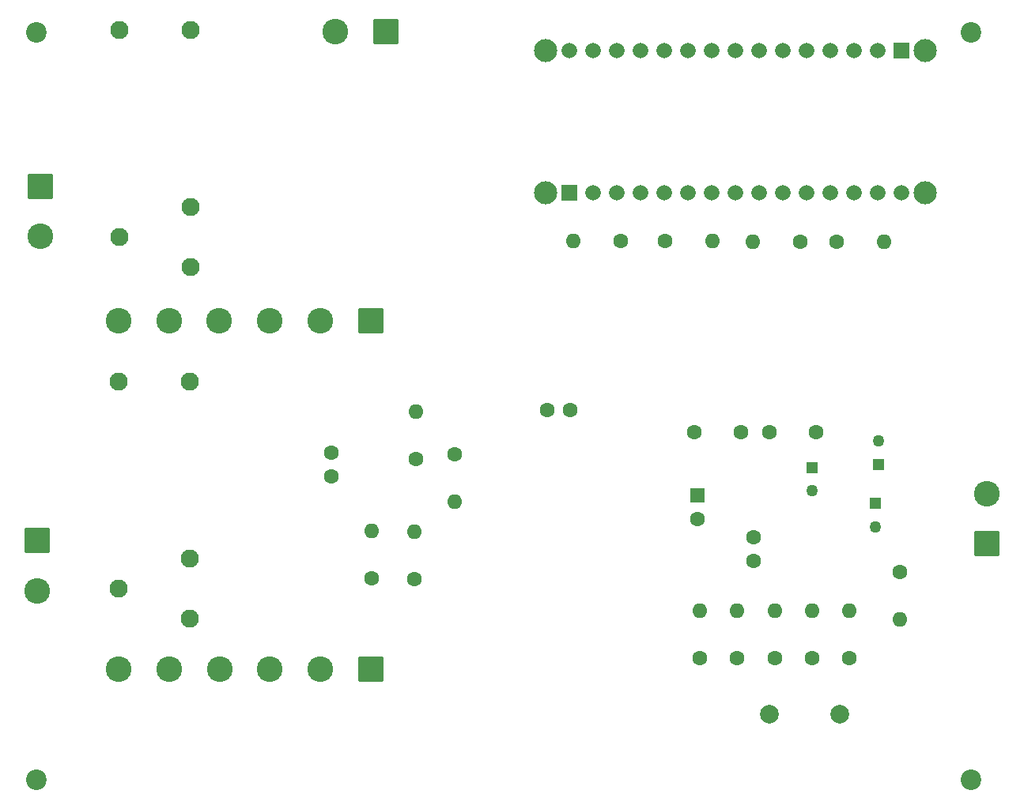
<source format=gbr>
%TF.GenerationSoftware,KiCad,Pcbnew,7.0.8*%
%TF.CreationDate,2024-02-23T11:13:45-06:00*%
%TF.ProjectId,ChargeController_Main,43686172-6765-4436-9f6e-74726f6c6c65,rev?*%
%TF.SameCoordinates,Original*%
%TF.FileFunction,Soldermask,Bot*%
%TF.FilePolarity,Negative*%
%FSLAX46Y46*%
G04 Gerber Fmt 4.6, Leading zero omitted, Abs format (unit mm)*
G04 Created by KiCad (PCBNEW 7.0.8) date 2024-02-23 11:13:45*
%MOMM*%
%LPD*%
G01*
G04 APERTURE LIST*
G04 Aperture macros list*
%AMRoundRect*
0 Rectangle with rounded corners*
0 $1 Rounding radius*
0 $2 $3 $4 $5 $6 $7 $8 $9 X,Y pos of 4 corners*
0 Add a 4 corners polygon primitive as box body*
4,1,4,$2,$3,$4,$5,$6,$7,$8,$9,$2,$3,0*
0 Add four circle primitives for the rounded corners*
1,1,$1+$1,$2,$3*
1,1,$1+$1,$4,$5*
1,1,$1+$1,$6,$7*
1,1,$1+$1,$8,$9*
0 Add four rect primitives between the rounded corners*
20,1,$1+$1,$2,$3,$4,$5,0*
20,1,$1+$1,$4,$5,$6,$7,0*
20,1,$1+$1,$6,$7,$8,$9,0*
20,1,$1+$1,$8,$9,$2,$3,0*%
G04 Aperture macros list end*
%ADD10C,1.600000*%
%ADD11O,1.600000X1.600000*%
%ADD12C,2.200000*%
%ADD13RoundRect,0.250000X1.125000X1.125000X-1.125000X1.125000X-1.125000X-1.125000X1.125000X-1.125000X0*%
%ADD14C,2.750000*%
%ADD15RoundRect,0.250000X1.125000X-1.125000X1.125000X1.125000X-1.125000X1.125000X-1.125000X-1.125000X0*%
%ADD16R,1.275000X1.275000*%
%ADD17C,1.275000*%
%ADD18R,1.665000X1.665000*%
%ADD19C,1.665000*%
%ADD20C,2.475000*%
%ADD21C,1.950000*%
%ADD22R,1.600000X1.600000*%
%ADD23RoundRect,0.250000X-1.125000X1.125000X-1.125000X-1.125000X1.125000X-1.125000X1.125000X1.125000X0*%
%ADD24C,2.000000*%
G04 APERTURE END LIST*
D10*
%TO.C,R1*%
X75844400Y-93503800D03*
D11*
X75844400Y-88423800D03*
%TD*%
D12*
%TO.C,H1*%
X40000000Y-115036238D03*
%TD*%
D13*
%TO.C,J3*%
X75778200Y-103225600D03*
D14*
X70378200Y-103225600D03*
X64978200Y-103225600D03*
X59578200Y-103225600D03*
X54178200Y-103225600D03*
X48778200Y-103225600D03*
%TD*%
D15*
%TO.C,J1*%
X141706600Y-89789000D03*
D14*
X141706600Y-84389000D03*
%TD*%
D16*
%TO.C,C1*%
X130098800Y-81285000D03*
D17*
X130098800Y-78785000D03*
%TD*%
D10*
%TO.C,C5*%
X116789200Y-91577800D03*
X116789200Y-89077800D03*
%TD*%
%TO.C,R2*%
X80568800Y-80727600D03*
D11*
X80568800Y-75647600D03*
%TD*%
D10*
%TO.C,C8*%
X115411800Y-77800200D03*
X110411800Y-77800200D03*
%TD*%
D18*
%TO.C,IC2*%
X97034600Y-52197000D03*
D19*
X99574600Y-52197000D03*
X102114600Y-52197000D03*
X104654600Y-52197000D03*
X107194600Y-52197000D03*
X109734600Y-52197000D03*
X112274600Y-52197000D03*
X114814600Y-52197000D03*
X117354600Y-52197000D03*
X119894600Y-52197000D03*
X122434600Y-52197000D03*
X124974600Y-52197000D03*
X127514600Y-52197000D03*
X130054600Y-52197000D03*
X132594600Y-52197000D03*
D18*
X132594600Y-36957000D03*
D19*
X130054600Y-36957000D03*
X127514600Y-36957000D03*
X124974600Y-36957000D03*
X122434600Y-36957000D03*
X119894600Y-36957000D03*
X117354600Y-36957000D03*
X114814600Y-36957000D03*
X112274600Y-36957000D03*
X109734600Y-36957000D03*
X107194600Y-36957000D03*
X104654600Y-36957000D03*
X102114600Y-36957000D03*
X99574600Y-36957000D03*
X97034600Y-36957000D03*
D20*
X94494600Y-52197000D03*
X94494600Y-36957000D03*
X135134600Y-36957000D03*
X135134600Y-52197000D03*
%TD*%
D10*
%TO.C,R19*%
X84751200Y-80196400D03*
D11*
X84751200Y-85276400D03*
%TD*%
D21*
%TO.C,K1*%
X48765400Y-72388800D03*
X48765400Y-94588800D03*
X56385400Y-97788800D03*
X56385400Y-91388800D03*
X56385400Y-72388800D03*
%TD*%
D10*
%TO.C,R7*%
X127000000Y-102000000D03*
D11*
X127000000Y-96920000D03*
%TD*%
D10*
%TO.C,C16*%
X97135000Y-75412600D03*
X94635000Y-75412600D03*
%TD*%
%TO.C,R16*%
X102520800Y-57353200D03*
D11*
X97440800Y-57353200D03*
%TD*%
D10*
%TO.C,R9*%
X132384800Y-92805200D03*
D11*
X132384800Y-97885200D03*
%TD*%
D10*
%TO.C,R4*%
X125647400Y-57378600D03*
D11*
X130727400Y-57378600D03*
%TD*%
D22*
%TO.C,C9*%
X110767400Y-84607400D03*
D10*
X110767400Y-87107400D03*
%TD*%
D23*
%TO.C,J5*%
X40053200Y-89407600D03*
D14*
X40053200Y-94807600D03*
%TD*%
D10*
%TO.C,R13*%
X111000000Y-102000000D03*
D11*
X111000000Y-96920000D03*
%TD*%
D12*
%TO.C,H4*%
X140000000Y-115036238D03*
%TD*%
D16*
%TO.C,C3*%
X122986800Y-81599400D03*
D17*
X122986800Y-84099400D03*
%TD*%
D13*
%TO.C,J4*%
X75745200Y-65912600D03*
D14*
X70345200Y-65912600D03*
X64945200Y-65912600D03*
X59545200Y-65912600D03*
X54145200Y-65912600D03*
X48745200Y-65912600D03*
%TD*%
D10*
%TO.C,C17*%
X71577200Y-80030000D03*
X71577200Y-82530000D03*
%TD*%
%TO.C,R11*%
X119000000Y-102000000D03*
D11*
X119000000Y-96920000D03*
%TD*%
D10*
%TO.C,R17*%
X80467200Y-93554600D03*
D11*
X80467200Y-88474600D03*
%TD*%
D21*
%TO.C,K2*%
X48871400Y-34699800D03*
X48871400Y-56899800D03*
X56491400Y-60099800D03*
X56491400Y-53699800D03*
X56491400Y-34699800D03*
%TD*%
D10*
%TO.C,R3*%
X121723200Y-57378600D03*
D11*
X116643200Y-57378600D03*
%TD*%
D10*
%TO.C,R15*%
X107257800Y-57302400D03*
D11*
X112337800Y-57302400D03*
%TD*%
D12*
%TO.C,H3*%
X40000000Y-35000000D03*
%TD*%
D24*
%TO.C,C4*%
X118449400Y-108000800D03*
X125949400Y-108000800D03*
%TD*%
D10*
%TO.C,R12*%
X115000000Y-102000000D03*
D11*
X115000000Y-96920000D03*
%TD*%
D10*
%TO.C,C7*%
X123412800Y-77800200D03*
X118412800Y-77800200D03*
%TD*%
%TO.C,R6*%
X123000000Y-102000000D03*
D11*
X123000000Y-96920000D03*
%TD*%
D16*
%TO.C,C2*%
X129819400Y-85470600D03*
D17*
X129819400Y-87970600D03*
%TD*%
D13*
%TO.C,J7*%
X77350600Y-34925000D03*
D14*
X71950600Y-34925000D03*
%TD*%
D12*
%TO.C,H2*%
X140000000Y-35000000D03*
%TD*%
D23*
%TO.C,J6*%
X40408800Y-51444800D03*
D14*
X40408800Y-56844800D03*
%TD*%
M02*

</source>
